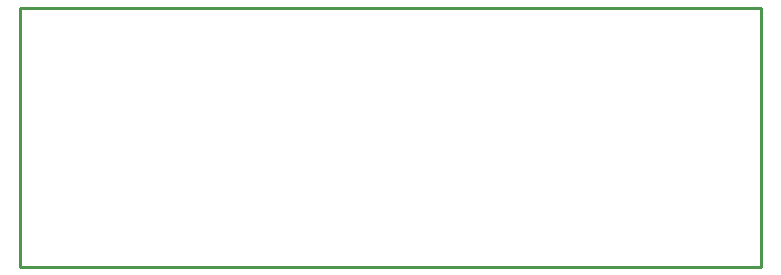
<source format=gko>
G04 Layer: BoardOutline*
G04 EasyEDA v6.2.38, 2019-08-31T09:11:45+02:00*
G04 e43a48f15e4b4d90815dc594cbdf787c,da1ed6c8b984424aa63d4157573fa6f0,10*
G04 Gerber Generator version 0.2*
G04 Scale: 100 percent, Rotated: No, Reflected: No *
G04 Dimensions in millimeters *
G04 leading zeros omitted , absolute positions ,3 integer and 3 decimal *
%FSLAX33Y33*%
%MOMM*%
G90*
G71D02*

%ADD10C,0.254000*%
G54D10*
G01X0Y21910D02*
G01X62738Y21910D01*
G01X62738Y0D01*
G01X0Y0D01*
G01X0Y21910D01*

%LPD*%
M00*
M02*

</source>
